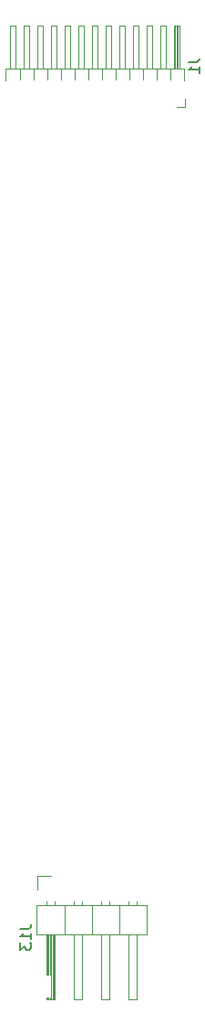
<source format=gbo>
G04 #@! TF.FileFunction,Legend,Bot*
%FSLAX46Y46*%
G04 Gerber Fmt 4.6, Leading zero omitted, Abs format (unit mm)*
G04 Created by KiCad (PCBNEW 4.0.7) date 06/01/18 18:40:32*
%MOMM*%
%LPD*%
G01*
G04 APERTURE LIST*
%ADD10C,0.100000*%
%ADD11C,0.120000*%
%ADD12C,0.150000*%
%ADD13C,4.400000*%
%ADD14R,2.100000X2.100000*%
%ADD15O,2.100000X2.100000*%
%ADD16R,1.400000X1.400000*%
%ADD17O,1.400000X1.400000*%
G04 APERTURE END LIST*
D10*
D11*
X46389677Y-30390000D02*
X46465000Y-30390000D01*
X46465000Y-30390000D02*
X46465000Y-29270000D01*
X46465000Y-29270000D02*
X29835000Y-29270000D01*
X29835000Y-29270000D02*
X29835000Y-30390000D01*
X29835000Y-30390000D02*
X29910323Y-30390000D01*
X46030000Y-29270000D02*
X46030000Y-25270000D01*
X46030000Y-25270000D02*
X45510000Y-25270000D01*
X45510000Y-25270000D02*
X45510000Y-29270000D01*
X45970000Y-29270000D02*
X45970000Y-25270000D01*
X45850000Y-29270000D02*
X45850000Y-25270000D01*
X45730000Y-29270000D02*
X45730000Y-25270000D01*
X45610000Y-29270000D02*
X45610000Y-25270000D01*
X45135000Y-30390000D02*
X45135000Y-29270000D01*
X45150323Y-30390000D02*
X45119677Y-30390000D01*
X44760000Y-29270000D02*
X44760000Y-25270000D01*
X44760000Y-25270000D02*
X44240000Y-25270000D01*
X44240000Y-25270000D02*
X44240000Y-29270000D01*
X43865000Y-30390000D02*
X43865000Y-29270000D01*
X43880323Y-30390000D02*
X43849677Y-30390000D01*
X43490000Y-29270000D02*
X43490000Y-25270000D01*
X43490000Y-25270000D02*
X42970000Y-25270000D01*
X42970000Y-25270000D02*
X42970000Y-29270000D01*
X42595000Y-30390000D02*
X42595000Y-29270000D01*
X42610323Y-30390000D02*
X42579677Y-30390000D01*
X42220000Y-29270000D02*
X42220000Y-25270000D01*
X42220000Y-25270000D02*
X41700000Y-25270000D01*
X41700000Y-25270000D02*
X41700000Y-29270000D01*
X41325000Y-30390000D02*
X41325000Y-29270000D01*
X41340323Y-30390000D02*
X41309677Y-30390000D01*
X40950000Y-29270000D02*
X40950000Y-25270000D01*
X40950000Y-25270000D02*
X40430000Y-25270000D01*
X40430000Y-25270000D02*
X40430000Y-29270000D01*
X40055000Y-30390000D02*
X40055000Y-29270000D01*
X40070323Y-30390000D02*
X40039677Y-30390000D01*
X39680000Y-29270000D02*
X39680000Y-25270000D01*
X39680000Y-25270000D02*
X39160000Y-25270000D01*
X39160000Y-25270000D02*
X39160000Y-29270000D01*
X38785000Y-30390000D02*
X38785000Y-29270000D01*
X38800323Y-30390000D02*
X38769677Y-30390000D01*
X38410000Y-29270000D02*
X38410000Y-25270000D01*
X38410000Y-25270000D02*
X37890000Y-25270000D01*
X37890000Y-25270000D02*
X37890000Y-29270000D01*
X37515000Y-30390000D02*
X37515000Y-29270000D01*
X37530323Y-30390000D02*
X37499677Y-30390000D01*
X37140000Y-29270000D02*
X37140000Y-25270000D01*
X37140000Y-25270000D02*
X36620000Y-25270000D01*
X36620000Y-25270000D02*
X36620000Y-29270000D01*
X36245000Y-30390000D02*
X36245000Y-29270000D01*
X36260323Y-30390000D02*
X36229677Y-30390000D01*
X35870000Y-29270000D02*
X35870000Y-25270000D01*
X35870000Y-25270000D02*
X35350000Y-25270000D01*
X35350000Y-25270000D02*
X35350000Y-29270000D01*
X34975000Y-30390000D02*
X34975000Y-29270000D01*
X34990323Y-30390000D02*
X34959677Y-30390000D01*
X34600000Y-29270000D02*
X34600000Y-25270000D01*
X34600000Y-25270000D02*
X34080000Y-25270000D01*
X34080000Y-25270000D02*
X34080000Y-29270000D01*
X33705000Y-30390000D02*
X33705000Y-29270000D01*
X33720323Y-30390000D02*
X33689677Y-30390000D01*
X33330000Y-29270000D02*
X33330000Y-25270000D01*
X33330000Y-25270000D02*
X32810000Y-25270000D01*
X32810000Y-25270000D02*
X32810000Y-29270000D01*
X32435000Y-30390000D02*
X32435000Y-29270000D01*
X32450323Y-30390000D02*
X32419677Y-30390000D01*
X32060000Y-29270000D02*
X32060000Y-25270000D01*
X32060000Y-25270000D02*
X31540000Y-25270000D01*
X31540000Y-25270000D02*
X31540000Y-29270000D01*
X31165000Y-30390000D02*
X31165000Y-29270000D01*
X31180323Y-30390000D02*
X31149677Y-30390000D01*
X30790000Y-29270000D02*
X30790000Y-25270000D01*
X30790000Y-25270000D02*
X30270000Y-25270000D01*
X30270000Y-25270000D02*
X30270000Y-29270000D01*
X45770000Y-32860000D02*
X46530000Y-32860000D01*
X46530000Y-32860000D02*
X46530000Y-32100000D01*
X32710000Y-106790000D02*
X42990000Y-106790000D01*
X42990000Y-106790000D02*
X42990000Y-109450000D01*
X42990000Y-109450000D02*
X32710000Y-109450000D01*
X32710000Y-109450000D02*
X32710000Y-106790000D01*
X33660000Y-109450000D02*
X33660000Y-115450000D01*
X33660000Y-115450000D02*
X34420000Y-115450000D01*
X34420000Y-115450000D02*
X34420000Y-109450000D01*
X33720000Y-109450000D02*
X33720000Y-115450000D01*
X33840000Y-109450000D02*
X33840000Y-115450000D01*
X33960000Y-109450000D02*
X33960000Y-115450000D01*
X34080000Y-109450000D02*
X34080000Y-115450000D01*
X34200000Y-109450000D02*
X34200000Y-115450000D01*
X34320000Y-109450000D02*
X34320000Y-115450000D01*
X33660000Y-106460000D02*
X33660000Y-106790000D01*
X34420000Y-106460000D02*
X34420000Y-106790000D01*
X35310000Y-106790000D02*
X35310000Y-109450000D01*
X36200000Y-109450000D02*
X36200000Y-115450000D01*
X36200000Y-115450000D02*
X36960000Y-115450000D01*
X36960000Y-115450000D02*
X36960000Y-109450000D01*
X36200000Y-106392929D02*
X36200000Y-106790000D01*
X36960000Y-106392929D02*
X36960000Y-106790000D01*
X37850000Y-106790000D02*
X37850000Y-109450000D01*
X38740000Y-109450000D02*
X38740000Y-115450000D01*
X38740000Y-115450000D02*
X39500000Y-115450000D01*
X39500000Y-115450000D02*
X39500000Y-109450000D01*
X38740000Y-106392929D02*
X38740000Y-106790000D01*
X39500000Y-106392929D02*
X39500000Y-106790000D01*
X40390000Y-106790000D02*
X40390000Y-109450000D01*
X41280000Y-109450000D02*
X41280000Y-115450000D01*
X41280000Y-115450000D02*
X42040000Y-115450000D01*
X42040000Y-115450000D02*
X42040000Y-109450000D01*
X41280000Y-106392929D02*
X41280000Y-106790000D01*
X42040000Y-106392929D02*
X42040000Y-106790000D01*
X34040000Y-104080000D02*
X32770000Y-104080000D01*
X32770000Y-104080000D02*
X32770000Y-105350000D01*
D12*
X46857381Y-28699167D02*
X47571667Y-28699167D01*
X47714524Y-28651547D01*
X47809762Y-28556309D01*
X47857381Y-28413452D01*
X47857381Y-28318214D01*
X47857381Y-29699167D02*
X47857381Y-29127738D01*
X47857381Y-29413452D02*
X46857381Y-29413452D01*
X47000238Y-29318214D01*
X47095476Y-29222976D01*
X47143095Y-29127738D01*
X31222381Y-108925477D02*
X31936667Y-108925477D01*
X32079524Y-108877857D01*
X32174762Y-108782619D01*
X32222381Y-108639762D01*
X32222381Y-108544524D01*
X32222381Y-109925477D02*
X32222381Y-109354048D01*
X32222381Y-109639762D02*
X31222381Y-109639762D01*
X31365238Y-109544524D01*
X31460476Y-109449286D01*
X31508095Y-109354048D01*
X31222381Y-110258810D02*
X31222381Y-110877858D01*
X31603333Y-110544524D01*
X31603333Y-110687382D01*
X31650952Y-110782620D01*
X31698571Y-110830239D01*
X31793810Y-110877858D01*
X32031905Y-110877858D01*
X32127143Y-110830239D01*
X32174762Y-110782620D01*
X32222381Y-110687382D01*
X32222381Y-110401667D01*
X32174762Y-110306429D01*
X32127143Y-110258810D01*
%LPC*%
D13*
X38250000Y-75000000D03*
D14*
X40160000Y-53368000D03*
D15*
X42700000Y-53368000D03*
X45240000Y-53368000D03*
X47780000Y-53368000D03*
D16*
X45770000Y-32100000D03*
D17*
X45770000Y-30830000D03*
X44500000Y-32100000D03*
X44500000Y-30830000D03*
X43230000Y-32100000D03*
X43230000Y-30830000D03*
X41960000Y-32100000D03*
X41960000Y-30830000D03*
X40690000Y-32100000D03*
X40690000Y-30830000D03*
X39420000Y-32100000D03*
X39420000Y-30830000D03*
X38150000Y-32100000D03*
X38150000Y-30830000D03*
X36880000Y-32100000D03*
X36880000Y-30830000D03*
X35610000Y-32100000D03*
X35610000Y-30830000D03*
X34340000Y-32100000D03*
X34340000Y-30830000D03*
X33070000Y-32100000D03*
X33070000Y-30830000D03*
X31800000Y-32100000D03*
X31800000Y-30830000D03*
X30530000Y-32100000D03*
X30530000Y-30830000D03*
D14*
X33048000Y-114323000D03*
D16*
X34572000Y-64798000D03*
D17*
X34572000Y-66068000D03*
X34572000Y-67338000D03*
X34572000Y-68608000D03*
D16*
X41684000Y-64798000D03*
D17*
X41684000Y-66068000D03*
X41684000Y-67338000D03*
X41684000Y-68608000D03*
D14*
X30630000Y-44930000D03*
D15*
X33170000Y-44930000D03*
X35710000Y-44930000D03*
X38250000Y-44930000D03*
X40790000Y-44930000D03*
X43330000Y-44930000D03*
X45870000Y-44930000D03*
D14*
X42500000Y-92750000D03*
D15*
X45040000Y-92750000D03*
D14*
X31500000Y-92750000D03*
D15*
X34040000Y-92750000D03*
X36580000Y-92750000D03*
X39120000Y-92750000D03*
D14*
X32540000Y-89944000D03*
D15*
X35080000Y-89944000D03*
X37620000Y-89944000D03*
D14*
X40160000Y-48288000D03*
D15*
X40160000Y-50828000D03*
D16*
X35710000Y-41200000D03*
D17*
X36980000Y-41200000D03*
X38250000Y-41200000D03*
X39520000Y-41200000D03*
X40790000Y-41200000D03*
D14*
X34440000Y-85900000D03*
D15*
X36980000Y-85900000D03*
X39520000Y-85900000D03*
X42060000Y-85900000D03*
D14*
X34040000Y-105350000D03*
D15*
X36580000Y-105350000D03*
X39120000Y-105350000D03*
X41660000Y-105350000D03*
M02*

</source>
